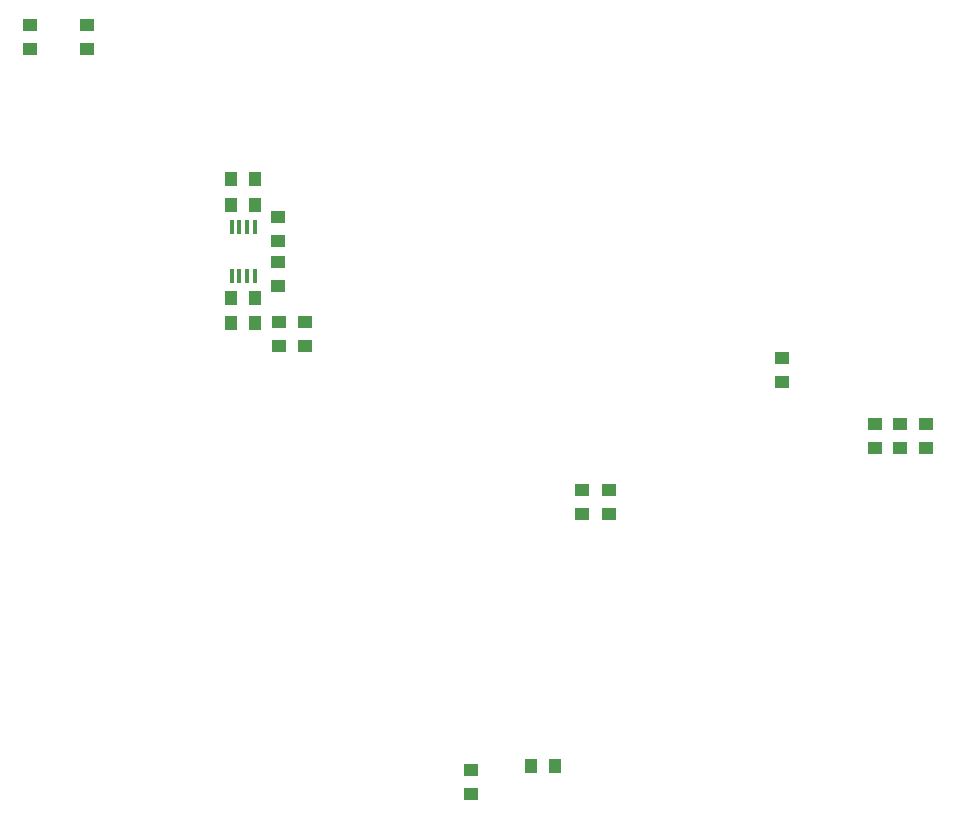
<source format=gtp>
G04 Layer_Color=8421504*
%FSLAX25Y25*%
%MOIN*%
G70*
G01*
G75*
%ADD10R,0.05000X0.04000*%
%ADD11R,0.04000X0.05000*%
%ADD12O,0.01575X0.05118*%
D10*
X-181000Y81500D02*
D03*
Y73500D02*
D03*
X-144000Y175000D02*
D03*
Y167000D02*
D03*
X-135000Y175000D02*
D03*
Y167000D02*
D03*
X-309000Y322000D02*
D03*
Y330000D02*
D03*
X-328000Y322000D02*
D03*
Y330000D02*
D03*
X-245500Y258000D02*
D03*
Y266000D02*
D03*
Y251000D02*
D03*
Y243000D02*
D03*
X-29500Y197000D02*
D03*
Y189000D02*
D03*
X-38000Y197000D02*
D03*
Y189000D02*
D03*
X-46500Y197000D02*
D03*
Y189000D02*
D03*
X-77500Y211000D02*
D03*
Y219000D02*
D03*
X-236500Y231000D02*
D03*
Y223000D02*
D03*
X-245000Y231000D02*
D03*
Y223000D02*
D03*
D11*
X-161000Y83000D02*
D03*
X-153000D02*
D03*
X-261000Y270000D02*
D03*
X-253000D02*
D03*
X-261000Y278500D02*
D03*
X-253000D02*
D03*
Y239000D02*
D03*
X-261000D02*
D03*
X-253000Y230500D02*
D03*
X-261000D02*
D03*
D12*
X-260839Y246232D02*
D03*
Y262768D02*
D03*
X-258279D02*
D03*
X-253161Y246232D02*
D03*
X-258279D02*
D03*
X-255720D02*
D03*
Y262768D02*
D03*
X-253161D02*
D03*
M02*

</source>
